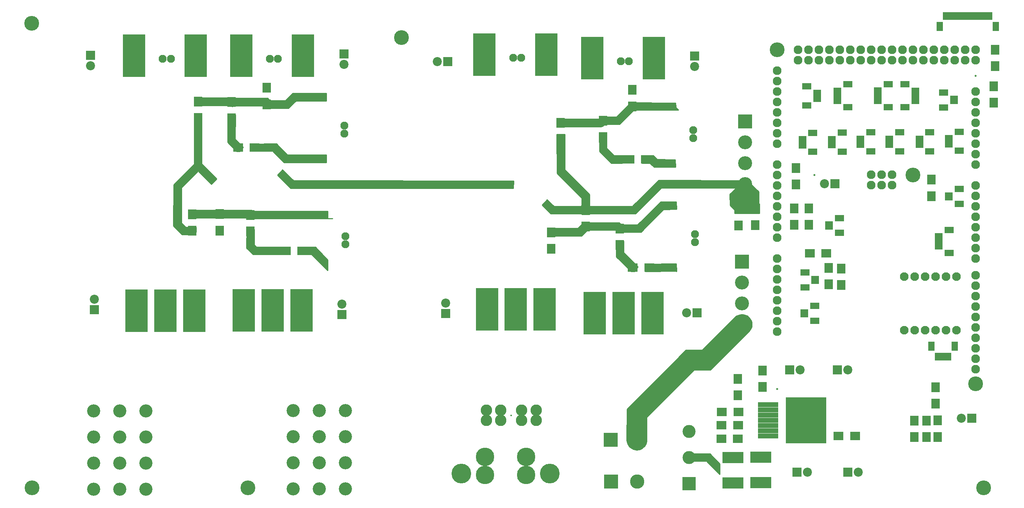
<source format=gbr>
G04 #@! TF.GenerationSoftware,KiCad,Pcbnew,5.1.2-f72e74a~84~ubuntu16.04.1*
G04 #@! TF.CreationDate,2019-05-07T21:52:54+05:30*
G04 #@! TF.ProjectId,MasterPcb,4d617374-6572-4506-9362-2e6b69636164,rev?*
G04 #@! TF.SameCoordinates,Original*
G04 #@! TF.FileFunction,Soldermask,Top*
G04 #@! TF.FilePolarity,Negative*
%FSLAX46Y46*%
G04 Gerber Fmt 4.6, Leading zero omitted, Abs format (unit mm)*
G04 Created by KiCad (PCBNEW 5.1.2-f72e74a~84~ubuntu16.04.1) date 2019-05-07 21:52:54*
%MOMM*%
%LPD*%
G04 APERTURE LIST*
%ADD10C,1.950000*%
%ADD11R,5.400000X10.400000*%
%ADD12R,2.200000X2.200000*%
%ADD13C,2.200000*%
%ADD14R,5.200000X2.686000*%
%ADD15R,1.000000X1.950000*%
%ADD16R,1.600000X2.200000*%
%ADD17R,3.175000X3.175000*%
%ADD18C,3.175000*%
%ADD19R,1.950000X1.000000*%
%ADD20R,2.200000X1.600000*%
%ADD21C,3.400000*%
%ADD22R,3.400000X3.400000*%
%ADD23C,3.190000*%
%ADD24R,3.475000X3.475000*%
%ADD25C,3.475000*%
%ADD26C,4.500000*%
%ADD27C,4.800000*%
%ADD28R,2.400000X2.100000*%
%ADD29R,2.100000X2.400000*%
%ADD30R,5.000000X1.200000*%
%ADD31R,9.800000X11.200000*%
%ADD32O,2.127200X2.127200*%
%ADD33C,0.500000*%
%ADD34C,3.600000*%
%ADD35C,2.100000*%
%ADD36C,2.800000*%
%ADD37C,0.400000*%
%ADD38C,0.254000*%
G04 APERTURE END LIST*
D10*
X85362400Y-32721600D03*
X83412400Y-32721600D03*
D11*
X91052400Y-94001600D03*
X84052400Y-94001600D03*
X77052400Y-94001600D03*
X91452400Y-31951600D03*
X76452400Y-31951600D03*
D12*
X223977200Y-133350000D03*
D13*
X226517200Y-133350000D03*
D14*
X202742800Y-129691200D03*
X202742800Y-135891200D03*
X195986400Y-129792800D03*
X195986400Y-135992800D03*
D12*
X209804000Y-108458000D03*
D13*
X212344000Y-108458000D03*
D12*
X186690000Y-32054800D03*
D13*
X186690000Y-34594800D03*
D12*
X100888800Y-94996000D03*
D13*
X100888800Y-92456000D03*
D12*
X221437200Y-108458000D03*
D13*
X223977200Y-108458000D03*
D12*
X126136400Y-94691200D03*
D13*
X126136400Y-92151200D03*
D12*
X101447600Y-31597600D03*
D13*
X101447600Y-34137600D03*
D12*
X211582000Y-133350000D03*
D13*
X214122000Y-133350000D03*
D12*
X126644400Y-33426400D03*
D13*
X124104400Y-33426400D03*
D12*
X39776400Y-31902400D03*
D13*
X39776400Y-34442400D03*
D12*
X220827600Y-63144400D03*
D13*
X218287600Y-63144400D03*
D12*
X187299600Y-94589600D03*
D13*
X184759600Y-94589600D03*
D12*
X40690800Y-93776800D03*
D13*
X40690800Y-91236800D03*
D12*
X254116600Y-120183800D03*
D13*
X251576600Y-120183800D03*
D15*
X245591200Y-105211000D03*
X246591200Y-105211000D03*
X247591200Y-105211000D03*
X248591200Y-105211000D03*
D16*
X244291200Y-102686000D03*
X249891200Y-102686000D03*
D17*
X185318400Y-136093200D03*
D18*
X185318400Y-129743200D03*
X185318400Y-123393200D03*
D19*
X231237400Y-40206800D03*
X231237400Y-41206800D03*
X231237400Y-42206800D03*
X231237400Y-43206800D03*
D20*
X233762400Y-38906800D03*
X233762400Y-44506800D03*
D19*
X246071000Y-75665200D03*
X246071000Y-76665200D03*
X246071000Y-77665200D03*
X246071000Y-78665200D03*
D20*
X248596000Y-74365200D03*
X248596000Y-79965200D03*
D19*
X249737000Y-43273600D03*
X249737000Y-42273600D03*
D20*
X247212000Y-44573600D03*
X247212000Y-40973600D03*
D19*
X240339000Y-43257600D03*
X240339000Y-42257600D03*
X240339000Y-41257600D03*
X240339000Y-40257600D03*
D20*
X237814000Y-44557600D03*
X237814000Y-38957600D03*
D19*
X221433000Y-40257600D03*
X221433000Y-41257600D03*
X221433000Y-42257600D03*
X221433000Y-43257600D03*
D20*
X223958000Y-38957600D03*
X223958000Y-44557600D03*
D19*
X213355800Y-94191200D03*
X213355800Y-95191200D03*
D20*
X215880800Y-92891200D03*
X215880800Y-96491200D03*
D21*
X198983600Y-53086000D03*
X198983600Y-58166000D03*
D22*
X198983600Y-48006000D03*
D21*
X198983600Y-63246000D03*
D23*
X101752400Y-118364000D03*
X95402400Y-118364000D03*
X89052400Y-118364000D03*
X101752400Y-124714000D03*
X95402400Y-124714000D03*
X89052400Y-124714000D03*
X101752400Y-131064000D03*
X95402400Y-131064000D03*
X89052400Y-131064000D03*
X101752400Y-137414000D03*
X95402400Y-137414000D03*
X89052400Y-137414000D03*
D24*
X166370000Y-135636000D03*
D25*
X172720000Y-135636000D03*
D23*
X53289200Y-118465600D03*
X46939200Y-118465600D03*
X40589200Y-118465600D03*
X53289200Y-124815600D03*
X46939200Y-124815600D03*
X40589200Y-124815600D03*
X53289200Y-131165600D03*
X46939200Y-131165600D03*
X40589200Y-131165600D03*
X53289200Y-137515600D03*
X46939200Y-137515600D03*
X40589200Y-137515600D03*
D24*
X166268400Y-125476000D03*
D25*
X172618400Y-125476000D03*
D19*
X219350200Y-72804400D03*
X219350200Y-73804400D03*
D20*
X221875200Y-71504400D03*
X221875200Y-75104400D03*
D19*
X216005800Y-87063200D03*
X216005800Y-86063200D03*
D20*
X213480800Y-88363200D03*
X213480800Y-84763200D03*
D21*
X198170800Y-87223600D03*
X198170800Y-92303600D03*
D22*
X198170800Y-82143600D03*
D21*
X198170800Y-97383600D03*
D26*
X145716000Y-129610000D03*
X145716000Y-134010000D03*
X135716000Y-129610000D03*
X135716000Y-134010000D03*
D27*
X129986000Y-133660000D03*
X151446000Y-133660000D03*
D28*
X225672400Y-124561600D03*
X221672400Y-124561600D03*
D29*
X203200000Y-112591600D03*
X203200000Y-108591600D03*
X171500800Y-40316400D03*
X171500800Y-44316400D03*
X71170800Y-74542400D03*
X71170800Y-70542400D03*
X197154800Y-110623600D03*
X197154800Y-114623600D03*
X151790400Y-78962000D03*
X151790400Y-74962000D03*
X82651600Y-39808400D03*
X82651600Y-43808400D03*
X211328000Y-63315600D03*
X211328000Y-59315600D03*
X197358000Y-73272400D03*
X197358000Y-69272400D03*
X154127200Y-48342800D03*
X154127200Y-52342800D03*
X160172400Y-73526400D03*
X160172400Y-69526400D03*
X64516000Y-70593200D03*
X64516000Y-74593200D03*
X65938400Y-43161200D03*
X65938400Y-47161200D03*
D28*
X197326000Y-118719600D03*
X193326000Y-118719600D03*
D29*
X214477600Y-69120000D03*
X214477600Y-73120000D03*
X245745000Y-120758200D03*
X245745000Y-124758200D03*
X201422000Y-69221600D03*
X201422000Y-73221600D03*
X210870800Y-73170800D03*
X210870800Y-69170800D03*
X164388800Y-47784000D03*
X164388800Y-51784000D03*
D28*
X170821600Y-57200800D03*
X174821600Y-57200800D03*
D29*
X168503600Y-74047600D03*
X168503600Y-78047600D03*
D28*
X171634400Y-83566000D03*
X175634400Y-83566000D03*
D29*
X78689200Y-70745600D03*
X78689200Y-74745600D03*
D28*
X87255600Y-79451200D03*
X91255600Y-79451200D03*
D29*
X74066400Y-43262800D03*
X74066400Y-47262800D03*
D28*
X75673200Y-54305200D03*
X79673200Y-54305200D03*
D29*
X259791200Y-30512000D03*
X259791200Y-34512000D03*
X259384800Y-43402000D03*
X259384800Y-39402000D03*
D28*
X197224400Y-121869200D03*
X193224400Y-121869200D03*
X193173600Y-125222000D03*
X197173600Y-125222000D03*
D29*
X240080800Y-124783600D03*
X240080800Y-120783600D03*
X243103400Y-124809000D03*
X243103400Y-120809000D03*
X245262400Y-116655600D03*
X245262400Y-112655600D03*
X244246400Y-62160400D03*
X244246400Y-66160400D03*
D28*
X218712800Y-80060800D03*
X214712800Y-80060800D03*
D29*
X219303600Y-83648800D03*
X219303600Y-87648800D03*
X222351600Y-87801200D03*
X222351600Y-83801200D03*
D19*
X248509400Y-65743200D03*
X248509400Y-66743200D03*
D20*
X251034400Y-64443200D03*
X251034400Y-68043200D03*
D30*
X204587800Y-116890800D03*
X204587800Y-118160800D03*
X204587800Y-119430800D03*
X204587800Y-120700800D03*
X204587800Y-121970800D03*
X204587800Y-123240800D03*
X204587800Y-124510800D03*
D31*
X213737800Y-120700800D03*
D32*
X229616000Y-63474600D03*
X229616000Y-60934600D03*
X232156000Y-60934600D03*
X232156000Y-63474600D03*
X234696000Y-60934600D03*
X206756000Y-76301600D03*
X206756000Y-81381600D03*
X206756000Y-83921600D03*
X206756000Y-86461600D03*
X206756000Y-89001600D03*
X206756000Y-91541600D03*
X206756000Y-94081600D03*
X206756000Y-96621600D03*
X255016000Y-40741600D03*
X255016000Y-43281600D03*
X255016000Y-45821600D03*
X255016000Y-48361600D03*
X255016000Y-50901600D03*
X255016000Y-53441600D03*
X255016000Y-55981600D03*
X255016000Y-58521600D03*
X255016000Y-63601600D03*
X255016000Y-66141600D03*
X255016000Y-68681600D03*
X255016000Y-71221600D03*
X255016000Y-73761600D03*
X255016000Y-76301600D03*
X255016000Y-78841600D03*
X255016000Y-81381600D03*
X255016000Y-100685600D03*
X255016000Y-85445600D03*
X255016000Y-87985600D03*
X255016000Y-90525600D03*
D33*
X215836000Y-61061600D03*
D34*
X239776000Y-61061600D03*
D33*
X255016000Y-36931600D03*
D34*
X255016000Y-111861600D03*
X206756000Y-30581600D03*
D33*
X206756000Y-113131600D03*
D32*
X255016000Y-108305600D03*
X255016000Y-105765600D03*
X255016000Y-103225600D03*
X255016000Y-98145600D03*
X255016000Y-95605600D03*
X255016000Y-93065600D03*
X206756000Y-99161600D03*
X206756000Y-73761600D03*
X206756000Y-71221600D03*
X206756000Y-68681600D03*
X206756000Y-66141600D03*
X206756000Y-63601600D03*
X206756000Y-61061600D03*
X206756000Y-58521600D03*
X206756000Y-53441600D03*
X206756000Y-50901600D03*
X206756000Y-48361600D03*
X206756000Y-45821600D03*
X206756000Y-43281600D03*
X206756000Y-40741600D03*
X206756000Y-38201600D03*
X206756000Y-35661600D03*
X255016000Y-33121600D03*
X255016000Y-30581600D03*
X252476000Y-33121600D03*
X252476000Y-30581600D03*
X249936000Y-33121600D03*
X249936000Y-30581600D03*
X247396000Y-33121600D03*
X247396000Y-30581600D03*
X244856000Y-33121600D03*
X244856000Y-30581600D03*
X242316000Y-33121600D03*
X242316000Y-30581600D03*
X239776000Y-33121600D03*
X239776000Y-30581600D03*
X237236000Y-33121600D03*
X237236000Y-30581600D03*
X234696000Y-33121600D03*
X234696000Y-30581600D03*
X232156000Y-33121600D03*
X232156000Y-30581600D03*
X229616000Y-33121600D03*
X229616000Y-30581600D03*
X227076000Y-33121600D03*
X227076000Y-30581600D03*
X224536000Y-33121600D03*
X224536000Y-30581600D03*
X221996000Y-33121600D03*
X221996000Y-30581600D03*
X219456000Y-33121600D03*
X219456000Y-30581600D03*
X216916000Y-33121600D03*
X216916000Y-30581600D03*
X214376000Y-33121600D03*
X214376000Y-30581600D03*
X211836000Y-33121600D03*
X211836000Y-30581600D03*
X234696000Y-63474600D03*
D19*
X248509400Y-51832000D03*
X248509400Y-52832000D03*
X248509400Y-53832000D03*
D20*
X251034400Y-50532000D03*
X251034400Y-55132000D03*
D19*
X241346600Y-51933600D03*
X241346600Y-52933600D03*
X241346600Y-53933600D03*
D20*
X243871600Y-50633600D03*
X243871600Y-55233600D03*
D19*
X234031400Y-51933600D03*
X234031400Y-52933600D03*
X234031400Y-53933600D03*
D20*
X236556400Y-50633600D03*
X236556400Y-55233600D03*
D19*
X227021000Y-51933600D03*
X227021000Y-52933600D03*
X227021000Y-53933600D03*
D20*
X229546000Y-50633600D03*
X229546000Y-55233600D03*
D19*
X220061400Y-52035200D03*
X220061400Y-53035200D03*
X220061400Y-54035200D03*
D20*
X222586400Y-50735200D03*
X222586400Y-55335200D03*
D19*
X212898600Y-52086000D03*
X212898600Y-53086000D03*
X212898600Y-54086000D03*
D20*
X215423600Y-50786000D03*
X215423600Y-55386000D03*
D15*
X258585600Y-22347800D03*
X257585600Y-22347800D03*
X256585600Y-22347800D03*
X255585600Y-22347800D03*
X254585600Y-22347800D03*
X253585600Y-22347800D03*
X252585600Y-22347800D03*
X251585600Y-22347800D03*
X250585600Y-22347800D03*
X249585600Y-22347800D03*
X248585600Y-22347800D03*
X247585600Y-22347800D03*
D16*
X259885600Y-24872800D03*
X246285600Y-24872800D03*
D19*
X216463000Y-42757600D03*
X216463000Y-41757600D03*
X216463000Y-40757600D03*
D20*
X213938000Y-44057600D03*
X213938000Y-39457600D03*
D35*
X237693200Y-98750400D03*
X240233200Y-98750400D03*
X245313200Y-98750400D03*
X242773200Y-98750400D03*
X250393200Y-98750400D03*
X247853200Y-98750400D03*
X247853200Y-85750400D03*
X250393200Y-85750400D03*
X242773200Y-85750400D03*
X245313200Y-85750400D03*
X240233200Y-85750400D03*
X237693200Y-85750400D03*
D36*
X148127600Y-118231600D03*
X148127600Y-120731600D03*
X144627600Y-118231600D03*
X144627600Y-120731600D03*
X139547600Y-118231600D03*
X139547600Y-120731600D03*
X136047600Y-118231600D03*
X136047600Y-120731600D03*
D37*
X142087600Y-119526600D03*
D10*
X59302000Y-32772400D03*
X57352000Y-32772400D03*
D11*
X64992000Y-94052400D03*
X57992000Y-94052400D03*
X50992000Y-94052400D03*
X65392000Y-32002400D03*
X50392000Y-32002400D03*
D10*
X101492000Y-50965200D03*
X101492000Y-49015200D03*
X101796800Y-77889200D03*
X101796800Y-75939200D03*
X144493600Y-32467600D03*
X142543600Y-32467600D03*
D11*
X150183600Y-93747600D03*
X143183600Y-93747600D03*
X136183600Y-93747600D03*
X150583600Y-31697600D03*
X135583600Y-31697600D03*
D10*
X170706400Y-33382000D03*
X168756400Y-33382000D03*
D11*
X176396400Y-94662000D03*
X169396400Y-94662000D03*
X162396400Y-94662000D03*
X176796400Y-32612000D03*
X161796400Y-32612000D03*
D10*
X186378800Y-52032000D03*
X186378800Y-50082000D03*
X186734400Y-77381200D03*
X186734400Y-75431200D03*
D34*
X256946400Y-137160000D03*
X25603200Y-137160000D03*
X78028800Y-137160000D03*
X25501600Y-24079200D03*
X115417600Y-27584400D03*
D38*
G36*
X192811400Y-131319055D02*
G01*
X192811400Y-133856194D01*
X189624603Y-130669397D01*
X189605357Y-130653603D01*
X189583401Y-130641867D01*
X189559576Y-130634640D01*
X189534800Y-130632200D01*
X186359800Y-130632200D01*
X186359800Y-128854200D01*
X190395842Y-128854200D01*
X192811400Y-131319055D01*
X192811400Y-131319055D01*
G37*
X192811400Y-131319055D02*
X192811400Y-133856194D01*
X189624603Y-130669397D01*
X189605357Y-130653603D01*
X189583401Y-130641867D01*
X189559576Y-130634640D01*
X189534800Y-130632200D01*
X186359800Y-130632200D01*
X186359800Y-128854200D01*
X190395842Y-128854200D01*
X192811400Y-131319055D01*
G36*
X199043174Y-95116402D02*
G01*
X199567877Y-95354903D01*
X200100504Y-95935952D01*
X200391526Y-96420987D01*
X200534857Y-96850980D01*
X200583320Y-97384078D01*
X200534848Y-97965743D01*
X200343163Y-98492877D01*
X200003537Y-98978057D01*
X190498194Y-108483400D01*
X186537600Y-108483400D01*
X186512824Y-108485840D01*
X186488999Y-108493067D01*
X186467043Y-108504803D01*
X186447797Y-108520597D01*
X175068597Y-119899797D01*
X175052803Y-119919043D01*
X175041067Y-119940999D01*
X175033840Y-119964824D01*
X175031400Y-119989600D01*
X175031400Y-125765166D01*
X174934110Y-126154326D01*
X174838008Y-126490684D01*
X174598091Y-126874552D01*
X174359739Y-127160573D01*
X173822203Y-127551509D01*
X173343486Y-127790867D01*
X172521962Y-127887517D01*
X171799916Y-127743108D01*
X171116313Y-127352477D01*
X170835085Y-127118121D01*
X170400227Y-126441675D01*
X170205497Y-125614074D01*
X170255852Y-118010554D01*
X170320603Y-117945803D01*
X170320762Y-117945643D01*
X184558337Y-103657400D01*
X188417200Y-103657400D01*
X188441976Y-103654960D01*
X188465801Y-103647733D01*
X188487757Y-103635997D01*
X188507003Y-103620203D01*
X196426216Y-95700990D01*
X196867245Y-95357968D01*
X197351526Y-95115827D01*
X197932434Y-94970600D01*
X198459966Y-94970600D01*
X199043174Y-95116402D01*
X199043174Y-95116402D01*
G37*
X199043174Y-95116402D02*
X199567877Y-95354903D01*
X200100504Y-95935952D01*
X200391526Y-96420987D01*
X200534857Y-96850980D01*
X200583320Y-97384078D01*
X200534848Y-97965743D01*
X200343163Y-98492877D01*
X200003537Y-98978057D01*
X190498194Y-108483400D01*
X186537600Y-108483400D01*
X186512824Y-108485840D01*
X186488999Y-108493067D01*
X186467043Y-108504803D01*
X186447797Y-108520597D01*
X175068597Y-119899797D01*
X175052803Y-119919043D01*
X175041067Y-119940999D01*
X175033840Y-119964824D01*
X175031400Y-119989600D01*
X175031400Y-125765166D01*
X174934110Y-126154326D01*
X174838008Y-126490684D01*
X174598091Y-126874552D01*
X174359739Y-127160573D01*
X173822203Y-127551509D01*
X173343486Y-127790867D01*
X172521962Y-127887517D01*
X171799916Y-127743108D01*
X171116313Y-127352477D01*
X170835085Y-127118121D01*
X170400227Y-126441675D01*
X170205497Y-125614074D01*
X170255852Y-118010554D01*
X170320603Y-117945803D01*
X170320762Y-117945643D01*
X184558337Y-103657400D01*
X188417200Y-103657400D01*
X188441976Y-103654960D01*
X188465801Y-103647733D01*
X188487757Y-103635997D01*
X188507003Y-103620203D01*
X196426216Y-95700990D01*
X196867245Y-95357968D01*
X197351526Y-95115827D01*
X197932434Y-94970600D01*
X198459966Y-94970600D01*
X199043174Y-95116402D01*
G36*
X155102710Y-51106426D02*
G01*
X155083000Y-59709709D01*
X155085384Y-59734491D01*
X155092556Y-59758332D01*
X155104242Y-59780315D01*
X155120422Y-59800027D01*
X161103562Y-65753351D01*
X161133007Y-68511356D01*
X161135712Y-68536105D01*
X161143193Y-68559851D01*
X161155163Y-68581681D01*
X161171161Y-68600756D01*
X161190574Y-68616344D01*
X161212655Y-68627845D01*
X161236555Y-68634817D01*
X161260000Y-68637000D01*
X171560000Y-68637000D01*
X171584776Y-68634560D01*
X171608601Y-68627333D01*
X171630557Y-68615597D01*
X171649803Y-68599803D01*
X177922504Y-62327102D01*
X198579755Y-62367000D01*
X198604536Y-62364607D01*
X198628374Y-62357426D01*
X198650353Y-62345733D01*
X198669803Y-62329803D01*
X198808255Y-62191351D01*
X199120470Y-62008591D01*
X202302816Y-65123227D01*
X202293001Y-67969562D01*
X202295356Y-67994347D01*
X202302500Y-68018196D01*
X202314161Y-68040193D01*
X202329888Y-68059492D01*
X202349079Y-68075353D01*
X202370995Y-68087164D01*
X202394794Y-68094474D01*
X202413539Y-68095568D01*
X202422496Y-70343814D01*
X196428353Y-70382176D01*
X196436993Y-69561337D01*
X196434814Y-69536536D01*
X196427838Y-69512637D01*
X196416333Y-69490558D01*
X196397767Y-69468207D01*
X195296422Y-68415167D01*
X195267566Y-65712306D01*
X196649485Y-64340119D01*
X196665347Y-64320930D01*
X196677160Y-64299015D01*
X196684471Y-64275216D01*
X196686999Y-64250449D01*
X196684647Y-64225664D01*
X196677504Y-64201814D01*
X196665845Y-64179816D01*
X196650119Y-64160515D01*
X196630930Y-64144653D01*
X196609015Y-64132840D01*
X196585216Y-64125529D01*
X196559929Y-64123000D01*
X178659929Y-64133000D01*
X178635154Y-64135454D01*
X178611334Y-64142694D01*
X178589384Y-64154443D01*
X178570269Y-64170126D01*
X172317501Y-70412953D01*
X161230114Y-70403000D01*
X161205335Y-70405418D01*
X161181505Y-70412624D01*
X161159537Y-70424340D01*
X161140278Y-70440117D01*
X161124467Y-70459348D01*
X161112711Y-70481294D01*
X161105463Y-70505112D01*
X161103000Y-70530000D01*
X161103000Y-70603000D01*
X159247000Y-70603000D01*
X159247000Y-70530000D01*
X159244560Y-70505224D01*
X159237333Y-70481399D01*
X159225597Y-70459443D01*
X159209803Y-70440197D01*
X159190557Y-70424403D01*
X159168601Y-70412667D01*
X159144776Y-70405440D01*
X159119487Y-70403001D01*
X151752393Y-70432787D01*
X149587412Y-68267806D01*
X150793293Y-67000758D01*
X152431254Y-68600847D01*
X152450682Y-68616415D01*
X152472775Y-68627893D01*
X152496682Y-68634841D01*
X152519610Y-68636999D01*
X159039610Y-68656999D01*
X159064394Y-68654635D01*
X159088241Y-68647481D01*
X159110233Y-68635813D01*
X159129527Y-68620078D01*
X159145380Y-68600881D01*
X159157183Y-68578960D01*
X159164483Y-68555158D01*
X159166824Y-68536675D01*
X159172732Y-68424431D01*
X159191580Y-68416054D01*
X159213230Y-68403761D01*
X159232065Y-68387481D01*
X159247363Y-68367839D01*
X159258535Y-68345590D01*
X159265152Y-68321589D01*
X159266998Y-68299221D01*
X159256998Y-66669221D01*
X159254405Y-66644460D01*
X159247032Y-66620680D01*
X159235162Y-66598796D01*
X159219803Y-66580197D01*
X153226566Y-60586960D01*
X153148060Y-51097581D01*
X155102710Y-51106426D01*
X155102710Y-51106426D01*
G37*
X155102710Y-51106426D02*
X155083000Y-59709709D01*
X155085384Y-59734491D01*
X155092556Y-59758332D01*
X155104242Y-59780315D01*
X155120422Y-59800027D01*
X161103562Y-65753351D01*
X161133007Y-68511356D01*
X161135712Y-68536105D01*
X161143193Y-68559851D01*
X161155163Y-68581681D01*
X161171161Y-68600756D01*
X161190574Y-68616344D01*
X161212655Y-68627845D01*
X161236555Y-68634817D01*
X161260000Y-68637000D01*
X171560000Y-68637000D01*
X171584776Y-68634560D01*
X171608601Y-68627333D01*
X171630557Y-68615597D01*
X171649803Y-68599803D01*
X177922504Y-62327102D01*
X198579755Y-62367000D01*
X198604536Y-62364607D01*
X198628374Y-62357426D01*
X198650353Y-62345733D01*
X198669803Y-62329803D01*
X198808255Y-62191351D01*
X199120470Y-62008591D01*
X202302816Y-65123227D01*
X202293001Y-67969562D01*
X202295356Y-67994347D01*
X202302500Y-68018196D01*
X202314161Y-68040193D01*
X202329888Y-68059492D01*
X202349079Y-68075353D01*
X202370995Y-68087164D01*
X202394794Y-68094474D01*
X202413539Y-68095568D01*
X202422496Y-70343814D01*
X196428353Y-70382176D01*
X196436993Y-69561337D01*
X196434814Y-69536536D01*
X196427838Y-69512637D01*
X196416333Y-69490558D01*
X196397767Y-69468207D01*
X195296422Y-68415167D01*
X195267566Y-65712306D01*
X196649485Y-64340119D01*
X196665347Y-64320930D01*
X196677160Y-64299015D01*
X196684471Y-64275216D01*
X196686999Y-64250449D01*
X196684647Y-64225664D01*
X196677504Y-64201814D01*
X196665845Y-64179816D01*
X196650119Y-64160515D01*
X196630930Y-64144653D01*
X196609015Y-64132840D01*
X196585216Y-64125529D01*
X196559929Y-64123000D01*
X178659929Y-64133000D01*
X178635154Y-64135454D01*
X178611334Y-64142694D01*
X178589384Y-64154443D01*
X178570269Y-64170126D01*
X172317501Y-70412953D01*
X161230114Y-70403000D01*
X161205335Y-70405418D01*
X161181505Y-70412624D01*
X161159537Y-70424340D01*
X161140278Y-70440117D01*
X161124467Y-70459348D01*
X161112711Y-70481294D01*
X161105463Y-70505112D01*
X161103000Y-70530000D01*
X161103000Y-70603000D01*
X159247000Y-70603000D01*
X159247000Y-70530000D01*
X159244560Y-70505224D01*
X159237333Y-70481399D01*
X159225597Y-70459443D01*
X159209803Y-70440197D01*
X159190557Y-70424403D01*
X159168601Y-70412667D01*
X159144776Y-70405440D01*
X159119487Y-70403001D01*
X151752393Y-70432787D01*
X149587412Y-68267806D01*
X150793293Y-67000758D01*
X152431254Y-68600847D01*
X152450682Y-68616415D01*
X152472775Y-68627893D01*
X152496682Y-68634841D01*
X152519610Y-68636999D01*
X159039610Y-68656999D01*
X159064394Y-68654635D01*
X159088241Y-68647481D01*
X159110233Y-68635813D01*
X159129527Y-68620078D01*
X159145380Y-68600881D01*
X159157183Y-68578960D01*
X159164483Y-68555158D01*
X159166824Y-68536675D01*
X159172732Y-68424431D01*
X159191580Y-68416054D01*
X159213230Y-68403761D01*
X159232065Y-68387481D01*
X159247363Y-68367839D01*
X159258535Y-68345590D01*
X159265152Y-68321589D01*
X159266998Y-68299221D01*
X159256998Y-66669221D01*
X159254405Y-66644460D01*
X159247032Y-66620680D01*
X159235162Y-66598796D01*
X159219803Y-66580197D01*
X153226566Y-60586960D01*
X153148060Y-51097581D01*
X155102710Y-51106426D01*
G36*
X182171278Y-67536696D02*
G01*
X182294233Y-69354667D01*
X179188432Y-69393010D01*
X179163688Y-69395756D01*
X179139954Y-69403276D01*
X179118144Y-69415282D01*
X179100035Y-69430360D01*
X173607355Y-74942905D01*
X168169323Y-74933089D01*
X167635593Y-74446177D01*
X167615645Y-74431281D01*
X167593173Y-74420563D01*
X167569043Y-74414436D01*
X167549817Y-74413000D01*
X160609817Y-74423000D01*
X160585044Y-74425476D01*
X160561230Y-74432737D01*
X160539290Y-74444505D01*
X160519257Y-74461148D01*
X159146548Y-75863063D01*
X150925760Y-75872850D01*
X150917017Y-74981124D01*
X150943553Y-74017000D01*
X158190000Y-74017000D01*
X158214776Y-74014560D01*
X158238601Y-74007333D01*
X158260557Y-73995597D01*
X158279480Y-73980124D01*
X159642218Y-72627120D01*
X168303524Y-72646895D01*
X168838195Y-73097144D01*
X168858718Y-73111237D01*
X168881597Y-73121055D01*
X168905952Y-73126221D01*
X168918667Y-73126993D01*
X172728667Y-73166993D01*
X172753467Y-73164813D01*
X172777366Y-73157836D01*
X172799445Y-73146332D01*
X172819643Y-73129961D01*
X178442337Y-67527135D01*
X182171278Y-67536696D01*
X182171278Y-67536696D01*
G37*
X182171278Y-67536696D02*
X182294233Y-69354667D01*
X179188432Y-69393010D01*
X179163688Y-69395756D01*
X179139954Y-69403276D01*
X179118144Y-69415282D01*
X179100035Y-69430360D01*
X173607355Y-74942905D01*
X168169323Y-74933089D01*
X167635593Y-74446177D01*
X167615645Y-74431281D01*
X167593173Y-74420563D01*
X167569043Y-74414436D01*
X167549817Y-74413000D01*
X160609817Y-74423000D01*
X160585044Y-74425476D01*
X160561230Y-74432737D01*
X160539290Y-74444505D01*
X160519257Y-74461148D01*
X159146548Y-75863063D01*
X150925760Y-75872850D01*
X150917017Y-74981124D01*
X150943553Y-74017000D01*
X158190000Y-74017000D01*
X158214776Y-74014560D01*
X158238601Y-74007333D01*
X158260557Y-73995597D01*
X158279480Y-73980124D01*
X159642218Y-72627120D01*
X168303524Y-72646895D01*
X168838195Y-73097144D01*
X168858718Y-73111237D01*
X168881597Y-73121055D01*
X168905952Y-73126221D01*
X168918667Y-73126993D01*
X172728667Y-73166993D01*
X172753467Y-73164813D01*
X172777366Y-73157836D01*
X172799445Y-73146332D01*
X172819643Y-73129961D01*
X178442337Y-67527135D01*
X182171278Y-67536696D01*
G36*
X176577598Y-56296815D02*
G01*
X177500669Y-57210271D01*
X177519996Y-57225965D01*
X177542014Y-57237586D01*
X177565876Y-57244688D01*
X177589040Y-57246996D01*
X181559040Y-57276996D01*
X181560000Y-57277000D01*
X181955465Y-57277000D01*
X181990485Y-59063000D01*
X176819436Y-59063000D01*
X175885861Y-58206421D01*
X175865955Y-58191469D01*
X175843514Y-58180687D01*
X175819401Y-58174491D01*
X175801276Y-58173006D01*
X173936409Y-58154264D01*
X173927603Y-56287451D01*
X176577598Y-56296815D01*
X176577598Y-56296815D01*
G37*
X176577598Y-56296815D02*
X177500669Y-57210271D01*
X177519996Y-57225965D01*
X177542014Y-57237586D01*
X177565876Y-57244688D01*
X177589040Y-57246996D01*
X181559040Y-57276996D01*
X181560000Y-57277000D01*
X181955465Y-57277000D01*
X181990485Y-59063000D01*
X176819436Y-59063000D01*
X175885861Y-58206421D01*
X175865955Y-58191469D01*
X175843514Y-58180687D01*
X175819401Y-58174491D01*
X175801276Y-58173006D01*
X173936409Y-58154264D01*
X173927603Y-56287451D01*
X176577598Y-56296815D01*
G36*
X165263000Y-54450000D02*
G01*
X165265440Y-54474776D01*
X165272667Y-54498601D01*
X165284403Y-54520557D01*
X165300197Y-54539803D01*
X167050197Y-56289803D01*
X167069443Y-56305597D01*
X167091399Y-56317333D01*
X167115224Y-56324560D01*
X167140000Y-56327000D01*
X171763000Y-56327000D01*
X171763000Y-57140776D01*
X171762667Y-57141399D01*
X171755440Y-57165224D01*
X171753006Y-57188743D01*
X171744240Y-58074136D01*
X166411874Y-58122524D01*
X163526765Y-55256909D01*
X163507556Y-50944487D01*
X165263000Y-50909553D01*
X165263000Y-54450000D01*
X165263000Y-54450000D01*
G37*
X165263000Y-54450000D02*
X165265440Y-54474776D01*
X165272667Y-54498601D01*
X165284403Y-54520557D01*
X165300197Y-54539803D01*
X167050197Y-56289803D01*
X167069443Y-56305597D01*
X167091399Y-56317333D01*
X167115224Y-56324560D01*
X167140000Y-56327000D01*
X171763000Y-56327000D01*
X171763000Y-57140776D01*
X171762667Y-57141399D01*
X171755440Y-57165224D01*
X171753006Y-57188743D01*
X171744240Y-58074136D01*
X166411874Y-58122524D01*
X163526765Y-55256909D01*
X163507556Y-50944487D01*
X165263000Y-50909553D01*
X165263000Y-54450000D01*
G36*
X181388642Y-43526993D02*
G01*
X181390000Y-43527000D01*
X182021184Y-43527000D01*
X182083281Y-44458448D01*
X182087364Y-44483007D01*
X182096160Y-44506298D01*
X182116091Y-44535499D01*
X182706353Y-45183820D01*
X171919892Y-45193000D01*
X171895118Y-45195461D01*
X171871299Y-45202709D01*
X171849353Y-45214463D01*
X171830069Y-45230326D01*
X168387431Y-48682857D01*
X164740343Y-48673000D01*
X164715560Y-48675374D01*
X164691716Y-48682536D01*
X164669728Y-48694213D01*
X164650440Y-48709955D01*
X164636656Y-48726183D01*
X164362752Y-49109649D01*
X163882804Y-49242968D01*
X153217617Y-49223236D01*
X153226385Y-47417000D01*
X153309875Y-47417000D01*
X163499875Y-47427000D01*
X163524654Y-47424584D01*
X163548486Y-47417380D01*
X163570454Y-47405666D01*
X163589714Y-47389891D01*
X163605670Y-47370447D01*
X163787295Y-47098009D01*
X164180574Y-46897000D01*
X167620000Y-46897000D01*
X167644776Y-46894560D01*
X167668601Y-46887333D01*
X167690557Y-46875597D01*
X167709803Y-46859803D01*
X171152042Y-43417564D01*
X181388642Y-43526993D01*
X181388642Y-43526993D01*
G37*
X181388642Y-43526993D02*
X181390000Y-43527000D01*
X182021184Y-43527000D01*
X182083281Y-44458448D01*
X182087364Y-44483007D01*
X182096160Y-44506298D01*
X182116091Y-44535499D01*
X182706353Y-45183820D01*
X171919892Y-45193000D01*
X171895118Y-45195461D01*
X171871299Y-45202709D01*
X171849353Y-45214463D01*
X171830069Y-45230326D01*
X168387431Y-48682857D01*
X164740343Y-48673000D01*
X164715560Y-48675374D01*
X164691716Y-48682536D01*
X164669728Y-48694213D01*
X164650440Y-48709955D01*
X164636656Y-48726183D01*
X164362752Y-49109649D01*
X163882804Y-49242968D01*
X153217617Y-49223236D01*
X153226385Y-47417000D01*
X153309875Y-47417000D01*
X163499875Y-47427000D01*
X163524654Y-47424584D01*
X163548486Y-47417380D01*
X163570454Y-47405666D01*
X163589714Y-47389891D01*
X163605670Y-47370447D01*
X163787295Y-47098009D01*
X164180574Y-46897000D01*
X167620000Y-46897000D01*
X167644776Y-46894560D01*
X167668601Y-46887333D01*
X167690557Y-46875597D01*
X167709803Y-46859803D01*
X171152042Y-43417564D01*
X181388642Y-43526993D01*
G36*
X169423003Y-79940864D02*
G01*
X169425612Y-79965623D01*
X169433001Y-79989398D01*
X169444886Y-80011274D01*
X169460068Y-80029673D01*
X172843449Y-83422861D01*
X172821462Y-83463694D01*
X172295386Y-84227993D01*
X172288083Y-84241216D01*
X172058068Y-84463563D01*
X171251212Y-84472430D01*
X167626198Y-80925794D01*
X167568929Y-77127000D01*
X169403861Y-77127000D01*
X169423003Y-79940864D01*
X169423003Y-79940864D01*
G37*
X169423003Y-79940864D02*
X169425612Y-79965623D01*
X169433001Y-79989398D01*
X169444886Y-80011274D01*
X169460068Y-80029673D01*
X172843449Y-83422861D01*
X172821462Y-83463694D01*
X172295386Y-84227993D01*
X172288083Y-84241216D01*
X172058068Y-84463563D01*
X171251212Y-84472430D01*
X167626198Y-80925794D01*
X167568929Y-77127000D01*
X169403861Y-77127000D01*
X169423003Y-79940864D01*
G36*
X79109987Y-69788271D02*
G01*
X79127179Y-69806279D01*
X79147553Y-69820586D01*
X79170327Y-69830644D01*
X79194626Y-69836066D01*
X79209862Y-69837000D01*
X97443731Y-69856863D01*
X97453002Y-71460734D01*
X97455586Y-71485496D01*
X97462950Y-71509278D01*
X97474813Y-71531167D01*
X97490718Y-71550320D01*
X97510054Y-71566003D01*
X97532078Y-71577612D01*
X97555944Y-71584701D01*
X97578905Y-71586995D01*
X98613000Y-71595910D01*
X98613000Y-71632938D01*
X78431573Y-71623015D01*
X78119422Y-71457759D01*
X78096383Y-71448323D01*
X78060096Y-71443000D01*
X64840096Y-71433000D01*
X64804165Y-71438161D01*
X64654780Y-71482098D01*
X64112154Y-71455411D01*
X63680405Y-71058202D01*
X63636066Y-70694626D01*
X63630644Y-70670327D01*
X63627000Y-70662076D01*
X63627000Y-69616918D01*
X78968154Y-69607040D01*
X79109987Y-69788271D01*
X79109987Y-69788271D01*
G37*
X79109987Y-69788271D02*
X79127179Y-69806279D01*
X79147553Y-69820586D01*
X79170327Y-69830644D01*
X79194626Y-69836066D01*
X79209862Y-69837000D01*
X97443731Y-69856863D01*
X97453002Y-71460734D01*
X97455586Y-71485496D01*
X97462950Y-71509278D01*
X97474813Y-71531167D01*
X97490718Y-71550320D01*
X97510054Y-71566003D01*
X97532078Y-71577612D01*
X97555944Y-71584701D01*
X97578905Y-71586995D01*
X98613000Y-71595910D01*
X98613000Y-71632938D01*
X78431573Y-71623015D01*
X78119422Y-71457759D01*
X78096383Y-71448323D01*
X78060096Y-71443000D01*
X64840096Y-71433000D01*
X64804165Y-71438161D01*
X64654780Y-71482098D01*
X64112154Y-71455411D01*
X63680405Y-71058202D01*
X63636066Y-70694626D01*
X63630644Y-70670327D01*
X63627000Y-70662076D01*
X63627000Y-69616918D01*
X78968154Y-69607040D01*
X79109987Y-69788271D01*
G36*
X89120688Y-62370290D02*
G01*
X89140019Y-62385979D01*
X89162039Y-62397596D01*
X89185902Y-62404693D01*
X89209953Y-62407000D01*
X142658072Y-62426951D01*
X142587746Y-64273000D01*
X88462955Y-64273000D01*
X85321461Y-61101870D01*
X85253001Y-61028846D01*
X86444677Y-59723261D01*
X89120688Y-62370290D01*
X89120688Y-62370290D01*
G37*
X89120688Y-62370290D02*
X89140019Y-62385979D01*
X89162039Y-62397596D01*
X89185902Y-62404693D01*
X89209953Y-62407000D01*
X142658072Y-62426951D01*
X142587746Y-64273000D01*
X88462955Y-64273000D01*
X85321461Y-61101870D01*
X85253001Y-61028846D01*
X86444677Y-59723261D01*
X89120688Y-62370290D01*
G36*
X87619043Y-56098633D02*
G01*
X87638082Y-56114675D01*
X87659885Y-56126694D01*
X87683614Y-56134229D01*
X87709867Y-56137000D01*
X97142382Y-56146867D01*
X97133613Y-57953244D01*
X86909755Y-57973000D01*
X86853009Y-57973000D01*
X84140288Y-55230686D01*
X84121129Y-55214788D01*
X84099237Y-55202933D01*
X84075452Y-55195577D01*
X84050000Y-55193000D01*
X78778264Y-55193000D01*
X78786988Y-54311890D01*
X78804414Y-53475445D01*
X84987088Y-53397676D01*
X87619043Y-56098633D01*
X87619043Y-56098633D01*
G37*
X87619043Y-56098633D02*
X87638082Y-56114675D01*
X87659885Y-56126694D01*
X87683614Y-56134229D01*
X87709867Y-56137000D01*
X97142382Y-56146867D01*
X97133613Y-57953244D01*
X86909755Y-57973000D01*
X86853009Y-57973000D01*
X84140288Y-55230686D01*
X84121129Y-55214788D01*
X84099237Y-55202933D01*
X84075452Y-55195577D01*
X84050000Y-55193000D01*
X78778264Y-55193000D01*
X78786988Y-54311890D01*
X78804414Y-53475445D01*
X84987088Y-53397676D01*
X87619043Y-56098633D01*
G36*
X74982382Y-46364026D02*
G01*
X74953002Y-52269368D01*
X74955319Y-52294156D01*
X74962427Y-52318016D01*
X74974054Y-52340031D01*
X74989966Y-52359570D01*
X76845216Y-54224433D01*
X76308729Y-54933363D01*
X76295724Y-54954592D01*
X76294659Y-54957480D01*
X76092999Y-55244457D01*
X75311782Y-55261818D01*
X73231980Y-53162487D01*
X73136901Y-52996099D01*
X73117380Y-46320040D01*
X74982382Y-46364026D01*
X74982382Y-46364026D01*
G37*
X74982382Y-46364026D02*
X74953002Y-52269368D01*
X74955319Y-52294156D01*
X74962427Y-52318016D01*
X74974054Y-52340031D01*
X74989966Y-52359570D01*
X76845216Y-54224433D01*
X76308729Y-54933363D01*
X76295724Y-54954592D01*
X76294659Y-54957480D01*
X76092999Y-55244457D01*
X75311782Y-55261818D01*
X73231980Y-53162487D01*
X73136901Y-52996099D01*
X73117380Y-46320040D01*
X74982382Y-46364026D01*
G36*
X79583043Y-74547901D02*
G01*
X79603002Y-78010732D01*
X79605585Y-78035494D01*
X79612949Y-78059276D01*
X79624812Y-78081165D01*
X79639171Y-78098764D01*
X80069171Y-78538764D01*
X80088234Y-78554779D01*
X80110054Y-78566766D01*
X80133794Y-78574267D01*
X80159844Y-78577000D01*
X88151750Y-78586842D01*
X88134240Y-80372859D01*
X79351999Y-80363058D01*
X77737735Y-78777449D01*
X77805321Y-73862981D01*
X78604139Y-73836933D01*
X78605464Y-73836759D01*
X79497353Y-73828100D01*
X79583043Y-74547901D01*
X79583043Y-74547901D01*
G37*
X79583043Y-74547901D02*
X79603002Y-78010732D01*
X79605585Y-78035494D01*
X79612949Y-78059276D01*
X79624812Y-78081165D01*
X79639171Y-78098764D01*
X80069171Y-78538764D01*
X80088234Y-78554779D01*
X80110054Y-78566766D01*
X80133794Y-78574267D01*
X80159844Y-78577000D01*
X88151750Y-78586842D01*
X88134240Y-80372859D01*
X79351999Y-80363058D01*
X77737735Y-78777449D01*
X77805321Y-73862981D01*
X78604139Y-73836933D01*
X78605464Y-73836759D01*
X79497353Y-73828100D01*
X79583043Y-74547901D01*
G36*
X97462646Y-81660710D02*
G01*
X97445097Y-84196560D01*
X93639578Y-80409974D01*
X93620294Y-80394228D01*
X93598308Y-80382546D01*
X93574466Y-80375379D01*
X93551318Y-80373007D01*
X90736099Y-80343783D01*
X90333533Y-79599911D01*
X90344534Y-79544907D01*
X90346995Y-79521154D01*
X90355859Y-78546119D01*
X94446222Y-78517381D01*
X97462646Y-81660710D01*
X97462646Y-81660710D01*
G37*
X97462646Y-81660710D02*
X97445097Y-84196560D01*
X93639578Y-80409974D01*
X93620294Y-80394228D01*
X93598308Y-80382546D01*
X93574466Y-80375379D01*
X93551318Y-80373007D01*
X90736099Y-80343783D01*
X90333533Y-79599911D01*
X90344534Y-79544907D01*
X90346995Y-79521154D01*
X90355859Y-78546119D01*
X94446222Y-78517381D01*
X97462646Y-81660710D01*
G36*
X97133606Y-41146395D02*
G01*
X97142388Y-42973170D01*
X89789830Y-42983000D01*
X89765057Y-42985474D01*
X89741242Y-42992732D01*
X89719301Y-43004498D01*
X89701190Y-43019216D01*
X87898118Y-44783091D01*
X82331316Y-44792909D01*
X81738343Y-44218761D01*
X81718845Y-44203279D01*
X81696702Y-44191899D01*
X81672764Y-44185057D01*
X81650187Y-44183000D01*
X74860187Y-44173000D01*
X74824368Y-44178101D01*
X74208432Y-44358144D01*
X73686227Y-44218889D01*
X73632709Y-44145302D01*
X73616163Y-44126700D01*
X73596306Y-44111683D01*
X73573900Y-44100829D01*
X73549807Y-44094554D01*
X73530590Y-44093001D01*
X65045663Y-44053582D01*
X65037000Y-43239307D01*
X65037000Y-43210620D01*
X65045837Y-42247350D01*
X82872829Y-42296842D01*
X83395079Y-42884374D01*
X83413363Y-42901271D01*
X83434593Y-42914276D01*
X83457952Y-42922890D01*
X83490702Y-42926998D01*
X87110702Y-42906998D01*
X87135464Y-42904421D01*
X87159248Y-42897062D01*
X87181140Y-42885205D01*
X87199305Y-42870297D01*
X88981940Y-41107251D01*
X97133606Y-41146395D01*
X97133606Y-41146395D01*
G37*
X97133606Y-41146395D02*
X97142388Y-42973170D01*
X89789830Y-42983000D01*
X89765057Y-42985474D01*
X89741242Y-42992732D01*
X89719301Y-43004498D01*
X89701190Y-43019216D01*
X87898118Y-44783091D01*
X82331316Y-44792909D01*
X81738343Y-44218761D01*
X81718845Y-44203279D01*
X81696702Y-44191899D01*
X81672764Y-44185057D01*
X81650187Y-44183000D01*
X74860187Y-44173000D01*
X74824368Y-44178101D01*
X74208432Y-44358144D01*
X73686227Y-44218889D01*
X73632709Y-44145302D01*
X73616163Y-44126700D01*
X73596306Y-44111683D01*
X73573900Y-44100829D01*
X73549807Y-44094554D01*
X73530590Y-44093001D01*
X65045663Y-44053582D01*
X65037000Y-43239307D01*
X65037000Y-43210620D01*
X65045837Y-42247350D01*
X82872829Y-42296842D01*
X83395079Y-42884374D01*
X83413363Y-42901271D01*
X83434593Y-42914276D01*
X83457952Y-42922890D01*
X83490702Y-42926998D01*
X87110702Y-42906998D01*
X87135464Y-42904421D01*
X87159248Y-42897062D01*
X87181140Y-42885205D01*
X87199305Y-42870297D01*
X88981940Y-41107251D01*
X97133606Y-41146395D01*
G36*
X66813000Y-46324522D02*
G01*
X66813000Y-58310000D01*
X66815440Y-58334776D01*
X66822667Y-58358601D01*
X66834403Y-58380557D01*
X66850197Y-58399803D01*
X70430705Y-61980311D01*
X69170243Y-63249526D01*
X66030353Y-60070752D01*
X66011206Y-60054840D01*
X65989322Y-60042969D01*
X65965543Y-60035595D01*
X65940782Y-60033002D01*
X65915991Y-60035290D01*
X65892122Y-60042370D01*
X65870094Y-60053971D01*
X65850197Y-60070197D01*
X61880197Y-64040197D01*
X61864403Y-64059443D01*
X61852667Y-64081399D01*
X61845440Y-64105224D01*
X61843000Y-64130149D01*
X61853000Y-72640149D01*
X61855469Y-72664923D01*
X61862724Y-72688739D01*
X61874486Y-72710681D01*
X61890197Y-72729803D01*
X62810197Y-73649803D01*
X62829443Y-73665597D01*
X62851399Y-73677333D01*
X62875224Y-73684560D01*
X62897657Y-73686978D01*
X65481747Y-73734655D01*
X65473006Y-74608730D01*
X65473000Y-74610000D01*
X65473000Y-74798207D01*
X64916374Y-75552345D01*
X62093475Y-75523539D01*
X59957156Y-73367887D01*
X59986842Y-63422836D01*
X64989713Y-58429892D01*
X65005527Y-58410662D01*
X65017284Y-58388717D01*
X65024535Y-58364900D01*
X65027000Y-58340104D01*
X65036894Y-46289525D01*
X66813000Y-46324522D01*
X66813000Y-46324522D01*
G37*
X66813000Y-46324522D02*
X66813000Y-58310000D01*
X66815440Y-58334776D01*
X66822667Y-58358601D01*
X66834403Y-58380557D01*
X66850197Y-58399803D01*
X70430705Y-61980311D01*
X69170243Y-63249526D01*
X66030353Y-60070752D01*
X66011206Y-60054840D01*
X65989322Y-60042969D01*
X65965543Y-60035595D01*
X65940782Y-60033002D01*
X65915991Y-60035290D01*
X65892122Y-60042370D01*
X65870094Y-60053971D01*
X65850197Y-60070197D01*
X61880197Y-64040197D01*
X61864403Y-64059443D01*
X61852667Y-64081399D01*
X61845440Y-64105224D01*
X61843000Y-64130149D01*
X61853000Y-72640149D01*
X61855469Y-72664923D01*
X61862724Y-72688739D01*
X61874486Y-72710681D01*
X61890197Y-72729803D01*
X62810197Y-73649803D01*
X62829443Y-73665597D01*
X62851399Y-73677333D01*
X62875224Y-73684560D01*
X62897657Y-73686978D01*
X65481747Y-73734655D01*
X65473006Y-74608730D01*
X65473000Y-74610000D01*
X65473000Y-74798207D01*
X64916374Y-75552345D01*
X62093475Y-75523539D01*
X59957156Y-73367887D01*
X59986842Y-63422836D01*
X64989713Y-58429892D01*
X65005527Y-58410662D01*
X65017284Y-58388717D01*
X65024535Y-58364900D01*
X65027000Y-58340104D01*
X65036894Y-46289525D01*
X66813000Y-46324522D01*
G36*
X182233000Y-82914484D02*
G01*
X182193477Y-83368998D01*
X182194728Y-83400879D01*
X182243000Y-83690511D01*
X182243000Y-83970000D01*
X182244165Y-83987159D01*
X182273878Y-84205055D01*
X182298287Y-84443043D01*
X182228639Y-84438294D01*
X182219585Y-84438001D01*
X174700920Y-84462572D01*
X174726942Y-83603847D01*
X174727000Y-83600000D01*
X174727000Y-82666022D01*
X182233000Y-82607986D01*
X182233000Y-82914484D01*
X182233000Y-82914484D01*
G37*
X182233000Y-82914484D02*
X182193477Y-83368998D01*
X182194728Y-83400879D01*
X182243000Y-83690511D01*
X182243000Y-83970000D01*
X182244165Y-83987159D01*
X182273878Y-84205055D01*
X182298287Y-84443043D01*
X182228639Y-84438294D01*
X182219585Y-84438001D01*
X174700920Y-84462572D01*
X174726942Y-83603847D01*
X174727000Y-83600000D01*
X174727000Y-82666022D01*
X182233000Y-82607986D01*
X182233000Y-82914484D01*
M02*

</source>
